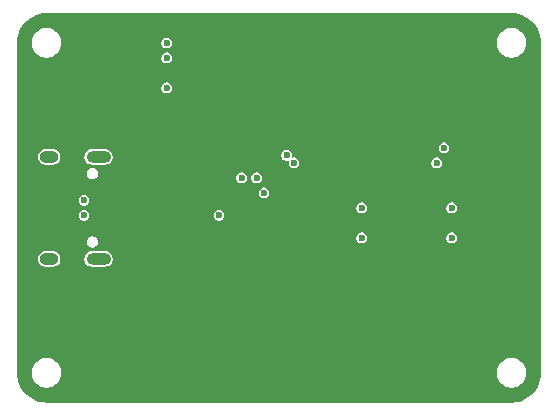
<source format=gbr>
G04 #@! TF.GenerationSoftware,KiCad,Pcbnew,9.0.2+dfsg-1*
G04 #@! TF.CreationDate,2025-08-10T10:43:45+08:00*
G04 #@! TF.ProjectId,stlink,73746c69-6e6b-42e6-9b69-6361645f7063,a*
G04 #@! TF.SameCoordinates,Original*
G04 #@! TF.FileFunction,Copper,L2,Inr*
G04 #@! TF.FilePolarity,Positive*
%FSLAX46Y46*%
G04 Gerber Fmt 4.6, Leading zero omitted, Abs format (unit mm)*
G04 Created by KiCad (PCBNEW 9.0.2+dfsg-1) date 2025-08-10 10:43:45*
%MOMM*%
%LPD*%
G01*
G04 APERTURE LIST*
G04 #@! TA.AperFunction,ComponentPad*
%ADD10O,2.100000X1.000000*%
G04 #@! TD*
G04 #@! TA.AperFunction,ComponentPad*
%ADD11O,1.600000X1.000000*%
G04 #@! TD*
G04 #@! TA.AperFunction,ViaPad*
%ADD12C,0.600000*%
G04 #@! TD*
G04 APERTURE END LIST*
D10*
G04 #@! TO.N,GND*
G04 #@! TO.C,J1*
X108540000Y-84580000D03*
D11*
X104360000Y-84580000D03*
D10*
X108540000Y-93220000D03*
D11*
X104360000Y-93220000D03*
G04 #@! TD*
D12*
G04 #@! TO.N,GND*
X114300000Y-76200000D03*
X107315000Y-89535000D03*
X114300000Y-78740000D03*
X107315000Y-88265000D03*
X114300000Y-74930000D03*
G04 #@! TO.N,+3V3*
X116840000Y-77470000D03*
X114300000Y-80010000D03*
X116205000Y-102235000D03*
X116840000Y-78740000D03*
X116840000Y-74930000D03*
X141605000Y-82550000D03*
X116840000Y-76200000D03*
X112395000Y-95250000D03*
X116840000Y-80010000D03*
G04 #@! TO.N,T_DIO*
X138430000Y-88900000D03*
X122555000Y-87630000D03*
G04 #@! TO.N,T_CLK*
X121920000Y-86360000D03*
X130810000Y-88900000D03*
G04 #@! TO.N,T_RX*
X137795000Y-83820000D03*
X124460000Y-84455000D03*
G04 #@! TO.N,T_TX*
X137160000Y-85090000D03*
X125095000Y-85090000D03*
G04 #@! TO.N,T_RST*
X138430000Y-91440000D03*
X120650000Y-86360000D03*
G04 #@! TO.N,T_SWO*
X118745000Y-89535000D03*
X130810000Y-91440000D03*
G04 #@! TD*
G04 #@! TA.AperFunction,Conductor*
G04 #@! TO.N,+3V3*
G36*
X143512264Y-72415637D02*
G01*
X143539262Y-72417270D01*
X143808559Y-72433559D01*
X143817558Y-72434653D01*
X144107294Y-72487748D01*
X144116089Y-72489916D01*
X144397309Y-72577548D01*
X144405800Y-72580768D01*
X144674399Y-72701654D01*
X144682437Y-72705873D01*
X144934510Y-72858256D01*
X144941983Y-72863415D01*
X145173843Y-73045066D01*
X145180640Y-73051088D01*
X145388911Y-73259359D01*
X145394933Y-73266156D01*
X145576584Y-73498016D01*
X145581743Y-73505489D01*
X145734126Y-73757562D01*
X145738346Y-73765603D01*
X145859231Y-74034199D01*
X145862451Y-74042690D01*
X145950080Y-74323899D01*
X145952253Y-74332716D01*
X146005345Y-74622433D01*
X146006440Y-74631447D01*
X146024363Y-74927735D01*
X146024500Y-74932276D01*
X146024500Y-102867723D01*
X146024363Y-102872264D01*
X146006440Y-103168552D01*
X146005345Y-103177566D01*
X145952253Y-103467283D01*
X145950080Y-103476100D01*
X145862451Y-103757309D01*
X145859231Y-103765800D01*
X145738346Y-104034396D01*
X145734126Y-104042437D01*
X145581743Y-104294510D01*
X145576584Y-104301983D01*
X145394933Y-104533843D01*
X145388911Y-104540640D01*
X145180640Y-104748911D01*
X145173843Y-104754933D01*
X144941983Y-104936584D01*
X144934510Y-104941743D01*
X144682437Y-105094126D01*
X144674396Y-105098346D01*
X144405800Y-105219231D01*
X144397309Y-105222451D01*
X144116100Y-105310080D01*
X144107283Y-105312253D01*
X143817566Y-105365345D01*
X143808552Y-105366440D01*
X143512265Y-105384363D01*
X143507724Y-105384500D01*
X104142276Y-105384500D01*
X104137735Y-105384363D01*
X103841447Y-105366440D01*
X103832433Y-105365345D01*
X103542716Y-105312253D01*
X103533899Y-105310080D01*
X103252690Y-105222451D01*
X103244199Y-105219231D01*
X102975603Y-105098346D01*
X102967562Y-105094126D01*
X102715489Y-104941743D01*
X102708016Y-104936584D01*
X102476156Y-104754933D01*
X102469359Y-104748911D01*
X102261088Y-104540640D01*
X102255066Y-104533843D01*
X102073415Y-104301983D01*
X102068256Y-104294510D01*
X101915871Y-104042434D01*
X101911653Y-104034396D01*
X101790768Y-103765800D01*
X101787548Y-103757309D01*
X101765395Y-103686218D01*
X101699916Y-103476089D01*
X101697748Y-103467294D01*
X101644653Y-103177558D01*
X101643559Y-103168559D01*
X101625637Y-102872263D01*
X101625500Y-102867723D01*
X101625500Y-102771392D01*
X102887100Y-102771392D01*
X102887100Y-102968607D01*
X102917950Y-103163385D01*
X102917953Y-103163400D01*
X102978891Y-103350946D01*
X103068424Y-103526664D01*
X103184343Y-103686210D01*
X103184350Y-103686218D01*
X103323781Y-103825649D01*
X103323789Y-103825656D01*
X103323791Y-103825658D01*
X103361866Y-103853321D01*
X103483335Y-103941575D01*
X103659053Y-104031108D01*
X103846599Y-104092046D01*
X103846608Y-104092047D01*
X103846612Y-104092049D01*
X104041395Y-104122900D01*
X104041399Y-104122900D01*
X104238601Y-104122900D01*
X104238605Y-104122900D01*
X104433388Y-104092049D01*
X104433392Y-104092047D01*
X104433400Y-104092046D01*
X104571157Y-104047285D01*
X104620947Y-104031108D01*
X104796663Y-103941576D01*
X104956209Y-103825658D01*
X105095658Y-103686209D01*
X105211576Y-103526663D01*
X105301108Y-103350947D01*
X105317527Y-103300414D01*
X105362046Y-103163400D01*
X105362047Y-103163392D01*
X105362049Y-103163388D01*
X105392900Y-102968605D01*
X105392900Y-102771395D01*
X105392900Y-102771392D01*
X142257100Y-102771392D01*
X142257100Y-102968607D01*
X142287950Y-103163385D01*
X142287953Y-103163400D01*
X142348891Y-103350946D01*
X142438424Y-103526664D01*
X142554343Y-103686210D01*
X142554350Y-103686218D01*
X142693781Y-103825649D01*
X142693789Y-103825656D01*
X142693791Y-103825658D01*
X142731866Y-103853321D01*
X142853335Y-103941575D01*
X143029053Y-104031108D01*
X143216599Y-104092046D01*
X143216608Y-104092047D01*
X143216612Y-104092049D01*
X143411395Y-104122900D01*
X143411399Y-104122900D01*
X143608601Y-104122900D01*
X143608605Y-104122900D01*
X143803388Y-104092049D01*
X143803392Y-104092047D01*
X143803400Y-104092046D01*
X143941157Y-104047285D01*
X143990947Y-104031108D01*
X144166663Y-103941576D01*
X144326209Y-103825658D01*
X144465658Y-103686209D01*
X144581576Y-103526663D01*
X144671108Y-103350947D01*
X144687527Y-103300414D01*
X144732046Y-103163400D01*
X144732047Y-103163392D01*
X144732049Y-103163388D01*
X144762900Y-102968605D01*
X144762900Y-102771395D01*
X144732049Y-102576612D01*
X144732047Y-102576608D01*
X144732046Y-102576599D01*
X144671108Y-102389053D01*
X144581575Y-102213335D01*
X144529052Y-102141045D01*
X144465658Y-102053791D01*
X144465656Y-102053789D01*
X144465649Y-102053781D01*
X144326218Y-101914350D01*
X144326210Y-101914343D01*
X144166664Y-101798424D01*
X143990946Y-101708891D01*
X143803400Y-101647953D01*
X143803385Y-101647950D01*
X143608607Y-101617100D01*
X143608605Y-101617100D01*
X143411395Y-101617100D01*
X143411392Y-101617100D01*
X143216614Y-101647950D01*
X143216599Y-101647953D01*
X143029053Y-101708891D01*
X142853335Y-101798424D01*
X142693789Y-101914343D01*
X142693781Y-101914350D01*
X142554350Y-102053781D01*
X142554343Y-102053789D01*
X142438424Y-102213335D01*
X142348891Y-102389053D01*
X142287953Y-102576599D01*
X142287950Y-102576614D01*
X142257100Y-102771392D01*
X105392900Y-102771392D01*
X105362049Y-102576612D01*
X105362047Y-102576608D01*
X105362046Y-102576599D01*
X105301108Y-102389053D01*
X105211575Y-102213335D01*
X105159052Y-102141045D01*
X105095658Y-102053791D01*
X105095656Y-102053789D01*
X105095649Y-102053781D01*
X104956218Y-101914350D01*
X104956210Y-101914343D01*
X104796664Y-101798424D01*
X104620946Y-101708891D01*
X104433400Y-101647953D01*
X104433385Y-101647950D01*
X104238607Y-101617100D01*
X104238605Y-101617100D01*
X104041395Y-101617100D01*
X104041392Y-101617100D01*
X103846614Y-101647950D01*
X103846599Y-101647953D01*
X103659053Y-101708891D01*
X103483335Y-101798424D01*
X103323789Y-101914343D01*
X103323781Y-101914350D01*
X103184350Y-102053781D01*
X103184343Y-102053789D01*
X103068424Y-102213335D01*
X102978891Y-102389053D01*
X102917953Y-102576599D01*
X102917950Y-102576614D01*
X102887100Y-102771392D01*
X101625500Y-102771392D01*
X101625500Y-93155695D01*
X103407100Y-93155695D01*
X103407100Y-93284305D01*
X103432191Y-93410444D01*
X103481408Y-93529264D01*
X103552860Y-93636199D01*
X103552862Y-93636201D01*
X103552864Y-93636204D01*
X103643795Y-93727135D01*
X103643798Y-93727137D01*
X103643801Y-93727140D01*
X103750736Y-93798592D01*
X103869556Y-93847809D01*
X103945239Y-93862863D01*
X103995693Y-93872900D01*
X103995695Y-93872900D01*
X104724307Y-93872900D01*
X104766351Y-93864536D01*
X104850444Y-93847809D01*
X104969264Y-93798592D01*
X105076199Y-93727140D01*
X105167140Y-93636199D01*
X105238592Y-93529264D01*
X105287809Y-93410444D01*
X105312900Y-93284305D01*
X105312900Y-93155695D01*
X107337100Y-93155695D01*
X107337100Y-93284305D01*
X107362191Y-93410444D01*
X107411408Y-93529264D01*
X107482860Y-93636199D01*
X107482862Y-93636201D01*
X107482864Y-93636204D01*
X107573795Y-93727135D01*
X107573798Y-93727137D01*
X107573801Y-93727140D01*
X107680736Y-93798592D01*
X107799556Y-93847809D01*
X107875239Y-93862863D01*
X107925693Y-93872900D01*
X107925695Y-93872900D01*
X109154307Y-93872900D01*
X109196351Y-93864536D01*
X109280444Y-93847809D01*
X109399264Y-93798592D01*
X109506199Y-93727140D01*
X109597140Y-93636199D01*
X109668592Y-93529264D01*
X109717809Y-93410444D01*
X109742900Y-93284305D01*
X109742900Y-93155695D01*
X109717809Y-93029556D01*
X109668592Y-92910736D01*
X109597140Y-92803801D01*
X109597137Y-92803798D01*
X109597135Y-92803795D01*
X109506204Y-92712864D01*
X109506201Y-92712862D01*
X109506199Y-92712860D01*
X109399264Y-92641408D01*
X109280444Y-92592191D01*
X109280441Y-92592190D01*
X109280440Y-92592190D01*
X109154307Y-92567100D01*
X109154305Y-92567100D01*
X107925695Y-92567100D01*
X107925693Y-92567100D01*
X107799559Y-92592190D01*
X107799556Y-92592191D01*
X107680737Y-92641407D01*
X107573798Y-92712862D01*
X107573795Y-92712864D01*
X107482864Y-92803795D01*
X107482862Y-92803798D01*
X107411407Y-92910737D01*
X107362191Y-93029556D01*
X107337100Y-93155695D01*
X105312900Y-93155695D01*
X105287809Y-93029556D01*
X105238592Y-92910736D01*
X105167140Y-92803801D01*
X105167137Y-92803798D01*
X105167135Y-92803795D01*
X105076204Y-92712864D01*
X105076201Y-92712862D01*
X105076199Y-92712860D01*
X104969264Y-92641408D01*
X104850444Y-92592191D01*
X104850441Y-92592190D01*
X104850440Y-92592190D01*
X104724307Y-92567100D01*
X104724305Y-92567100D01*
X103995695Y-92567100D01*
X103995693Y-92567100D01*
X103869559Y-92592190D01*
X103869556Y-92592191D01*
X103750737Y-92641407D01*
X103643798Y-92712862D01*
X103643795Y-92712864D01*
X103552864Y-92803795D01*
X103552862Y-92803798D01*
X103481407Y-92910737D01*
X103432191Y-93029556D01*
X103407100Y-93155695D01*
X101625500Y-93155695D01*
X101625500Y-91727083D01*
X107532100Y-91727083D01*
X107532100Y-91852917D01*
X107564668Y-91974462D01*
X107564671Y-91974470D01*
X107627584Y-92083438D01*
X107716561Y-92172415D01*
X107825529Y-92235328D01*
X107825532Y-92235329D01*
X107825537Y-92235332D01*
X107947083Y-92267900D01*
X107947086Y-92267900D01*
X108072914Y-92267900D01*
X108072917Y-92267900D01*
X108194463Y-92235332D01*
X108303438Y-92172415D01*
X108392415Y-92083438D01*
X108455332Y-91974463D01*
X108487900Y-91852917D01*
X108487900Y-91727083D01*
X108455332Y-91605537D01*
X108455329Y-91605532D01*
X108455328Y-91605529D01*
X108392415Y-91496561D01*
X108303438Y-91407584D01*
X108256311Y-91380375D01*
X130357100Y-91380375D01*
X130357100Y-91499625D01*
X130385476Y-91605529D01*
X130387964Y-91614813D01*
X130387964Y-91614814D01*
X130447589Y-91718087D01*
X130531912Y-91802410D01*
X130591538Y-91836834D01*
X130635187Y-91862036D01*
X130750375Y-91892900D01*
X130750378Y-91892900D01*
X130869622Y-91892900D01*
X130869625Y-91892900D01*
X130984813Y-91862036D01*
X131088087Y-91802410D01*
X131172410Y-91718087D01*
X131232036Y-91614813D01*
X131262900Y-91499625D01*
X131262900Y-91380375D01*
X137977100Y-91380375D01*
X137977100Y-91499625D01*
X138005476Y-91605529D01*
X138007964Y-91614813D01*
X138007964Y-91614814D01*
X138067589Y-91718087D01*
X138151912Y-91802410D01*
X138211538Y-91836834D01*
X138255187Y-91862036D01*
X138370375Y-91892900D01*
X138370378Y-91892900D01*
X138489622Y-91892900D01*
X138489625Y-91892900D01*
X138604813Y-91862036D01*
X138708087Y-91802410D01*
X138792410Y-91718087D01*
X138852036Y-91614813D01*
X138882900Y-91499625D01*
X138882900Y-91380375D01*
X138852036Y-91265187D01*
X138852035Y-91265185D01*
X138792410Y-91161912D01*
X138708087Y-91077589D01*
X138604813Y-91017964D01*
X138489625Y-90987100D01*
X138370375Y-90987100D01*
X138283984Y-91010248D01*
X138255186Y-91017964D01*
X138255185Y-91017964D01*
X138151912Y-91077589D01*
X138067589Y-91161912D01*
X138007964Y-91265185D01*
X138007964Y-91265186D01*
X138007964Y-91265187D01*
X137977100Y-91380375D01*
X131262900Y-91380375D01*
X131232036Y-91265187D01*
X131232035Y-91265185D01*
X131172410Y-91161912D01*
X131088087Y-91077589D01*
X130984813Y-91017964D01*
X130869625Y-90987100D01*
X130750375Y-90987100D01*
X130663984Y-91010248D01*
X130635186Y-91017964D01*
X130635185Y-91017964D01*
X130531912Y-91077589D01*
X130447589Y-91161912D01*
X130387964Y-91265185D01*
X130387964Y-91265186D01*
X130387964Y-91265187D01*
X130357100Y-91380375D01*
X108256311Y-91380375D01*
X108194470Y-91344671D01*
X108194464Y-91344669D01*
X108194463Y-91344668D01*
X108072917Y-91312100D01*
X107947083Y-91312100D01*
X107825537Y-91344668D01*
X107825529Y-91344671D01*
X107716561Y-91407584D01*
X107627584Y-91496561D01*
X107564671Y-91605529D01*
X107564668Y-91605537D01*
X107532100Y-91727083D01*
X101625500Y-91727083D01*
X101625500Y-89475375D01*
X106862100Y-89475375D01*
X106862100Y-89594625D01*
X106892964Y-89709813D01*
X106892964Y-89709814D01*
X106952589Y-89813087D01*
X107036912Y-89897410D01*
X107096538Y-89931834D01*
X107140187Y-89957036D01*
X107255375Y-89987900D01*
X107255378Y-89987900D01*
X107374622Y-89987900D01*
X107374625Y-89987900D01*
X107489813Y-89957036D01*
X107593087Y-89897410D01*
X107677410Y-89813087D01*
X107737036Y-89709813D01*
X107767900Y-89594625D01*
X107767900Y-89475375D01*
X118292100Y-89475375D01*
X118292100Y-89594625D01*
X118322964Y-89709813D01*
X118322964Y-89709814D01*
X118382589Y-89813087D01*
X118466912Y-89897410D01*
X118526538Y-89931834D01*
X118570187Y-89957036D01*
X118685375Y-89987900D01*
X118685378Y-89987900D01*
X118804622Y-89987900D01*
X118804625Y-89987900D01*
X118919813Y-89957036D01*
X119023087Y-89897410D01*
X119107410Y-89813087D01*
X119167036Y-89709813D01*
X119197900Y-89594625D01*
X119197900Y-89475375D01*
X119167036Y-89360187D01*
X119162829Y-89352900D01*
X119107410Y-89256912D01*
X119023087Y-89172589D01*
X118919813Y-89112964D01*
X118804625Y-89082100D01*
X118685375Y-89082100D01*
X118598984Y-89105248D01*
X118570186Y-89112964D01*
X118570185Y-89112964D01*
X118466912Y-89172589D01*
X118382589Y-89256912D01*
X118322964Y-89360185D01*
X118322964Y-89360186D01*
X118322964Y-89360187D01*
X118292100Y-89475375D01*
X107767900Y-89475375D01*
X107737036Y-89360187D01*
X107732829Y-89352900D01*
X107677410Y-89256912D01*
X107593087Y-89172589D01*
X107489813Y-89112964D01*
X107374625Y-89082100D01*
X107255375Y-89082100D01*
X107168984Y-89105248D01*
X107140186Y-89112964D01*
X107140185Y-89112964D01*
X107036912Y-89172589D01*
X106952589Y-89256912D01*
X106892964Y-89360185D01*
X106892964Y-89360186D01*
X106892964Y-89360187D01*
X106862100Y-89475375D01*
X101625500Y-89475375D01*
X101625500Y-88840375D01*
X130357100Y-88840375D01*
X130357100Y-88959625D01*
X130387964Y-89074813D01*
X130387964Y-89074814D01*
X130447589Y-89178087D01*
X130531912Y-89262410D01*
X130591538Y-89296834D01*
X130635187Y-89322036D01*
X130750375Y-89352900D01*
X130750378Y-89352900D01*
X130869622Y-89352900D01*
X130869625Y-89352900D01*
X130984813Y-89322036D01*
X131088087Y-89262410D01*
X131172410Y-89178087D01*
X131232036Y-89074813D01*
X131262900Y-88959625D01*
X131262900Y-88840375D01*
X137977100Y-88840375D01*
X137977100Y-88959625D01*
X138007964Y-89074813D01*
X138007964Y-89074814D01*
X138067589Y-89178087D01*
X138151912Y-89262410D01*
X138211538Y-89296834D01*
X138255187Y-89322036D01*
X138370375Y-89352900D01*
X138370378Y-89352900D01*
X138489622Y-89352900D01*
X138489625Y-89352900D01*
X138604813Y-89322036D01*
X138708087Y-89262410D01*
X138792410Y-89178087D01*
X138852036Y-89074813D01*
X138882900Y-88959625D01*
X138882900Y-88840375D01*
X138852036Y-88725187D01*
X138847829Y-88717900D01*
X138792410Y-88621912D01*
X138708087Y-88537589D01*
X138604813Y-88477964D01*
X138489625Y-88447100D01*
X138370375Y-88447100D01*
X138283984Y-88470248D01*
X138255186Y-88477964D01*
X138255185Y-88477964D01*
X138151912Y-88537589D01*
X138067589Y-88621912D01*
X138007964Y-88725185D01*
X138007964Y-88725186D01*
X138007964Y-88725187D01*
X137977100Y-88840375D01*
X131262900Y-88840375D01*
X131232036Y-88725187D01*
X131227829Y-88717900D01*
X131172410Y-88621912D01*
X131088087Y-88537589D01*
X130984813Y-88477964D01*
X130869625Y-88447100D01*
X130750375Y-88447100D01*
X130663984Y-88470248D01*
X130635186Y-88477964D01*
X130635185Y-88477964D01*
X130531912Y-88537589D01*
X130447589Y-88621912D01*
X130387964Y-88725185D01*
X130387964Y-88725186D01*
X130387964Y-88725187D01*
X130357100Y-88840375D01*
X101625500Y-88840375D01*
X101625500Y-88205375D01*
X106862100Y-88205375D01*
X106862100Y-88324625D01*
X106892964Y-88439813D01*
X106892964Y-88439814D01*
X106952589Y-88543087D01*
X107036912Y-88627410D01*
X107096538Y-88661834D01*
X107140187Y-88687036D01*
X107255375Y-88717900D01*
X107255378Y-88717900D01*
X107374622Y-88717900D01*
X107374625Y-88717900D01*
X107489813Y-88687036D01*
X107593087Y-88627410D01*
X107677410Y-88543087D01*
X107737036Y-88439813D01*
X107767900Y-88324625D01*
X107767900Y-88205375D01*
X107737036Y-88090187D01*
X107732829Y-88082900D01*
X107677410Y-87986912D01*
X107593087Y-87902589D01*
X107489813Y-87842964D01*
X107374625Y-87812100D01*
X107255375Y-87812100D01*
X107168984Y-87835248D01*
X107140186Y-87842964D01*
X107140185Y-87842964D01*
X107036912Y-87902589D01*
X106952589Y-87986912D01*
X106892964Y-88090185D01*
X106892964Y-88090186D01*
X106892964Y-88090187D01*
X106862100Y-88205375D01*
X101625500Y-88205375D01*
X101625500Y-87570375D01*
X122102100Y-87570375D01*
X122102100Y-87689625D01*
X122132964Y-87804813D01*
X122132964Y-87804814D01*
X122192589Y-87908087D01*
X122276912Y-87992410D01*
X122336538Y-88026834D01*
X122380187Y-88052036D01*
X122495375Y-88082900D01*
X122495378Y-88082900D01*
X122614622Y-88082900D01*
X122614625Y-88082900D01*
X122729813Y-88052036D01*
X122833087Y-87992410D01*
X122917410Y-87908087D01*
X122977036Y-87804813D01*
X123007900Y-87689625D01*
X123007900Y-87570375D01*
X122977036Y-87455187D01*
X122977035Y-87455185D01*
X122917410Y-87351912D01*
X122833087Y-87267589D01*
X122729813Y-87207964D01*
X122614625Y-87177100D01*
X122495375Y-87177100D01*
X122408984Y-87200248D01*
X122380186Y-87207964D01*
X122380185Y-87207964D01*
X122276912Y-87267589D01*
X122192589Y-87351912D01*
X122132964Y-87455185D01*
X122132964Y-87455186D01*
X122132964Y-87455187D01*
X122102100Y-87570375D01*
X101625500Y-87570375D01*
X101625500Y-85947083D01*
X107532100Y-85947083D01*
X107532100Y-86072917D01*
X107562183Y-86185187D01*
X107564668Y-86194462D01*
X107564671Y-86194470D01*
X107627584Y-86303438D01*
X107716561Y-86392415D01*
X107825529Y-86455328D01*
X107825532Y-86455329D01*
X107825537Y-86455332D01*
X107947083Y-86487900D01*
X107947086Y-86487900D01*
X108072914Y-86487900D01*
X108072917Y-86487900D01*
X108194463Y-86455332D01*
X108303438Y-86392415D01*
X108392415Y-86303438D01*
X108394183Y-86300375D01*
X120197100Y-86300375D01*
X120197100Y-86419625D01*
X120215394Y-86487900D01*
X120227964Y-86534813D01*
X120227964Y-86534814D01*
X120287589Y-86638087D01*
X120371912Y-86722410D01*
X120431538Y-86756834D01*
X120475187Y-86782036D01*
X120590375Y-86812900D01*
X120590378Y-86812900D01*
X120709622Y-86812900D01*
X120709625Y-86812900D01*
X120824813Y-86782036D01*
X120928087Y-86722410D01*
X121012410Y-86638087D01*
X121072036Y-86534813D01*
X121102900Y-86419625D01*
X121102900Y-86300375D01*
X121467100Y-86300375D01*
X121467100Y-86419625D01*
X121485394Y-86487900D01*
X121497964Y-86534813D01*
X121497964Y-86534814D01*
X121557589Y-86638087D01*
X121641912Y-86722410D01*
X121701538Y-86756834D01*
X121745187Y-86782036D01*
X121860375Y-86812900D01*
X121860378Y-86812900D01*
X121979622Y-86812900D01*
X121979625Y-86812900D01*
X122094813Y-86782036D01*
X122198087Y-86722410D01*
X122282410Y-86638087D01*
X122342036Y-86534813D01*
X122372900Y-86419625D01*
X122372900Y-86300375D01*
X122342036Y-86185187D01*
X122342035Y-86185185D01*
X122282410Y-86081912D01*
X122198087Y-85997589D01*
X122094813Y-85937964D01*
X121979625Y-85907100D01*
X121860375Y-85907100D01*
X121773984Y-85930248D01*
X121745186Y-85937964D01*
X121745185Y-85937964D01*
X121641912Y-85997589D01*
X121557589Y-86081912D01*
X121497964Y-86185185D01*
X121497964Y-86185186D01*
X121487676Y-86223583D01*
X121467100Y-86300375D01*
X121102900Y-86300375D01*
X121072036Y-86185187D01*
X121072035Y-86185185D01*
X121012410Y-86081912D01*
X120928087Y-85997589D01*
X120824813Y-85937964D01*
X120709625Y-85907100D01*
X120590375Y-85907100D01*
X120503984Y-85930248D01*
X120475186Y-85937964D01*
X120475185Y-85937964D01*
X120371912Y-85997589D01*
X120287589Y-86081912D01*
X120227964Y-86185185D01*
X120227964Y-86185186D01*
X120217676Y-86223583D01*
X120197100Y-86300375D01*
X108394183Y-86300375D01*
X108455332Y-86194463D01*
X108487900Y-86072917D01*
X108487900Y-85947083D01*
X108455332Y-85825537D01*
X108455329Y-85825532D01*
X108455328Y-85825529D01*
X108392415Y-85716561D01*
X108303438Y-85627584D01*
X108194470Y-85564671D01*
X108194464Y-85564669D01*
X108194463Y-85564668D01*
X108072917Y-85532100D01*
X107947083Y-85532100D01*
X107825537Y-85564668D01*
X107825529Y-85564671D01*
X107716561Y-85627584D01*
X107627584Y-85716561D01*
X107564671Y-85825529D01*
X107564668Y-85825537D01*
X107532100Y-85947083D01*
X101625500Y-85947083D01*
X101625500Y-84515693D01*
X103407100Y-84515693D01*
X103407100Y-84644306D01*
X103432190Y-84770440D01*
X103432191Y-84770443D01*
X103476342Y-84877035D01*
X103481408Y-84889264D01*
X103552860Y-84996199D01*
X103552862Y-84996201D01*
X103552864Y-84996204D01*
X103643795Y-85087135D01*
X103643798Y-85087137D01*
X103643801Y-85087140D01*
X103750736Y-85158592D01*
X103869556Y-85207809D01*
X103945239Y-85222863D01*
X103995693Y-85232900D01*
X103995695Y-85232900D01*
X104724307Y-85232900D01*
X104766351Y-85224536D01*
X104850444Y-85207809D01*
X104969264Y-85158592D01*
X105076199Y-85087140D01*
X105167140Y-84996199D01*
X105238592Y-84889264D01*
X105287809Y-84770444D01*
X105312900Y-84644305D01*
X105312900Y-84515695D01*
X105312900Y-84515693D01*
X107337100Y-84515693D01*
X107337100Y-84644306D01*
X107362190Y-84770440D01*
X107362191Y-84770443D01*
X107406342Y-84877035D01*
X107411408Y-84889264D01*
X107482860Y-84996199D01*
X107482862Y-84996201D01*
X107482864Y-84996204D01*
X107573795Y-85087135D01*
X107573798Y-85087137D01*
X107573801Y-85087140D01*
X107680736Y-85158592D01*
X107799556Y-85207809D01*
X107875239Y-85222863D01*
X107925693Y-85232900D01*
X107925695Y-85232900D01*
X109154307Y-85232900D01*
X109196351Y-85224536D01*
X109280444Y-85207809D01*
X109399264Y-85158592D01*
X109506199Y-85087140D01*
X109597140Y-84996199D01*
X109668592Y-84889264D01*
X109717809Y-84770444D01*
X109742900Y-84644305D01*
X109742900Y-84515695D01*
X109742687Y-84514625D01*
X109720904Y-84405117D01*
X109718966Y-84395375D01*
X124007100Y-84395375D01*
X124007100Y-84514625D01*
X124031948Y-84607360D01*
X124037964Y-84629813D01*
X124037964Y-84629814D01*
X124097589Y-84733087D01*
X124181912Y-84817410D01*
X124241538Y-84851834D01*
X124285187Y-84877036D01*
X124400375Y-84907900D01*
X124400378Y-84907900D01*
X124519625Y-84907900D01*
X124561118Y-84896782D01*
X124612360Y-84901264D01*
X124648734Y-84937637D01*
X124653218Y-84988881D01*
X124642100Y-85030375D01*
X124642100Y-85149625D01*
X124644503Y-85158592D01*
X124672964Y-85264813D01*
X124672964Y-85264814D01*
X124732589Y-85368087D01*
X124816912Y-85452410D01*
X124876538Y-85486834D01*
X124920187Y-85512036D01*
X125035375Y-85542900D01*
X125035378Y-85542900D01*
X125154622Y-85542900D01*
X125154625Y-85542900D01*
X125269813Y-85512036D01*
X125373087Y-85452410D01*
X125457410Y-85368087D01*
X125517036Y-85264813D01*
X125547900Y-85149625D01*
X125547900Y-85030375D01*
X136707100Y-85030375D01*
X136707100Y-85149625D01*
X136709503Y-85158592D01*
X136737964Y-85264813D01*
X136737964Y-85264814D01*
X136797589Y-85368087D01*
X136881912Y-85452410D01*
X136941538Y-85486834D01*
X136985187Y-85512036D01*
X137100375Y-85542900D01*
X137100378Y-85542900D01*
X137219622Y-85542900D01*
X137219625Y-85542900D01*
X137334813Y-85512036D01*
X137438087Y-85452410D01*
X137522410Y-85368087D01*
X137582036Y-85264813D01*
X137612900Y-85149625D01*
X137612900Y-85030375D01*
X137582036Y-84915187D01*
X137577829Y-84907900D01*
X137522410Y-84811912D01*
X137438087Y-84727589D01*
X137334813Y-84667964D01*
X137219625Y-84637100D01*
X137100375Y-84637100D01*
X137013984Y-84660248D01*
X136985186Y-84667964D01*
X136985185Y-84667964D01*
X136881912Y-84727589D01*
X136797589Y-84811912D01*
X136737964Y-84915185D01*
X136737964Y-84915186D01*
X136737964Y-84915187D01*
X136707100Y-85030375D01*
X125547900Y-85030375D01*
X125517036Y-84915187D01*
X125512829Y-84907900D01*
X125457410Y-84811912D01*
X125373087Y-84727589D01*
X125269813Y-84667964D01*
X125154625Y-84637100D01*
X125035375Y-84637100D01*
X124993881Y-84648218D01*
X124942637Y-84643734D01*
X124906264Y-84607360D01*
X124901782Y-84556118D01*
X124912900Y-84514625D01*
X124912900Y-84395375D01*
X124882036Y-84280187D01*
X124876580Y-84270737D01*
X124822410Y-84176912D01*
X124738087Y-84092589D01*
X124634813Y-84032964D01*
X124519625Y-84002100D01*
X124400375Y-84002100D01*
X124313984Y-84025248D01*
X124285186Y-84032964D01*
X124285185Y-84032964D01*
X124181912Y-84092589D01*
X124097589Y-84176912D01*
X124037964Y-84280185D01*
X124037964Y-84280186D01*
X124037964Y-84280187D01*
X124007100Y-84395375D01*
X109718966Y-84395375D01*
X109717809Y-84389556D01*
X109668592Y-84270736D01*
X109597140Y-84163801D01*
X109597137Y-84163798D01*
X109597135Y-84163795D01*
X109506204Y-84072864D01*
X109506201Y-84072862D01*
X109506199Y-84072860D01*
X109399264Y-84001408D01*
X109383342Y-83994813D01*
X109364461Y-83986992D01*
X109280444Y-83952191D01*
X109280441Y-83952190D01*
X109280440Y-83952190D01*
X109154307Y-83927100D01*
X109154305Y-83927100D01*
X107925695Y-83927100D01*
X107925693Y-83927100D01*
X107799559Y-83952190D01*
X107799556Y-83952191D01*
X107680737Y-84001407D01*
X107573798Y-84072862D01*
X107573795Y-84072864D01*
X107482864Y-84163795D01*
X107482862Y-84163798D01*
X107411407Y-84270737D01*
X107362191Y-84389556D01*
X107362190Y-84389559D01*
X107337100Y-84515693D01*
X105312900Y-84515693D01*
X105312687Y-84514625D01*
X105290904Y-84405117D01*
X105287809Y-84389556D01*
X105238592Y-84270736D01*
X105167140Y-84163801D01*
X105167137Y-84163798D01*
X105167135Y-84163795D01*
X105076204Y-84072864D01*
X105076201Y-84072862D01*
X105076199Y-84072860D01*
X104969264Y-84001408D01*
X104953342Y-83994813D01*
X104934461Y-83986992D01*
X104850444Y-83952191D01*
X104850441Y-83952190D01*
X104850440Y-83952190D01*
X104724307Y-83927100D01*
X104724305Y-83927100D01*
X103995695Y-83927100D01*
X103995693Y-83927100D01*
X103869559Y-83952190D01*
X103869556Y-83952191D01*
X103750737Y-84001407D01*
X103643798Y-84072862D01*
X103643795Y-84072864D01*
X103552864Y-84163795D01*
X103552862Y-84163798D01*
X103481407Y-84270737D01*
X103432191Y-84389556D01*
X103432190Y-84389559D01*
X103407100Y-84515693D01*
X101625500Y-84515693D01*
X101625500Y-83760375D01*
X137342100Y-83760375D01*
X137342100Y-83879625D01*
X137361544Y-83952191D01*
X137372964Y-83994813D01*
X137372964Y-83994814D01*
X137432589Y-84098087D01*
X137516912Y-84182410D01*
X137576538Y-84216834D01*
X137620187Y-84242036D01*
X137735375Y-84272900D01*
X137735378Y-84272900D01*
X137854622Y-84272900D01*
X137854625Y-84272900D01*
X137969813Y-84242036D01*
X138073087Y-84182410D01*
X138157410Y-84098087D01*
X138217036Y-83994813D01*
X138247900Y-83879625D01*
X138247900Y-83760375D01*
X138217036Y-83645187D01*
X138217035Y-83645185D01*
X138157410Y-83541912D01*
X138073087Y-83457589D01*
X137969813Y-83397964D01*
X137854625Y-83367100D01*
X137735375Y-83367100D01*
X137648984Y-83390248D01*
X137620186Y-83397964D01*
X137620185Y-83397964D01*
X137516912Y-83457589D01*
X137432589Y-83541912D01*
X137372964Y-83645185D01*
X137372964Y-83645186D01*
X137372964Y-83645187D01*
X137342100Y-83760375D01*
X101625500Y-83760375D01*
X101625500Y-78680375D01*
X113847100Y-78680375D01*
X113847100Y-78799625D01*
X113877964Y-78914813D01*
X113877964Y-78914814D01*
X113937589Y-79018087D01*
X114021912Y-79102410D01*
X114081538Y-79136834D01*
X114125187Y-79162036D01*
X114240375Y-79192900D01*
X114240378Y-79192900D01*
X114359622Y-79192900D01*
X114359625Y-79192900D01*
X114474813Y-79162036D01*
X114578087Y-79102410D01*
X114662410Y-79018087D01*
X114722036Y-78914813D01*
X114752900Y-78799625D01*
X114752900Y-78680375D01*
X114722036Y-78565187D01*
X114722035Y-78565185D01*
X114662410Y-78461912D01*
X114578087Y-78377589D01*
X114474813Y-78317964D01*
X114359625Y-78287100D01*
X114240375Y-78287100D01*
X114153984Y-78310248D01*
X114125186Y-78317964D01*
X114125185Y-78317964D01*
X114021912Y-78377589D01*
X113937589Y-78461912D01*
X113877964Y-78565185D01*
X113877964Y-78565186D01*
X113877964Y-78565187D01*
X113847100Y-78680375D01*
X101625500Y-78680375D01*
X101625500Y-74932276D01*
X101625637Y-74927735D01*
X101631465Y-74831392D01*
X102887100Y-74831392D01*
X102887100Y-75028607D01*
X102917950Y-75223385D01*
X102917953Y-75223400D01*
X102978891Y-75410946D01*
X103068424Y-75586664D01*
X103184343Y-75746210D01*
X103184350Y-75746218D01*
X103323781Y-75885649D01*
X103323789Y-75885656D01*
X103323791Y-75885658D01*
X103411045Y-75949052D01*
X103483335Y-76001575D01*
X103659053Y-76091108D01*
X103846599Y-76152046D01*
X103846608Y-76152047D01*
X103846612Y-76152049D01*
X104041395Y-76182900D01*
X104041399Y-76182900D01*
X104238601Y-76182900D01*
X104238605Y-76182900D01*
X104433388Y-76152049D01*
X104433392Y-76152047D01*
X104433400Y-76152046D01*
X104469319Y-76140375D01*
X113847100Y-76140375D01*
X113847100Y-76259625D01*
X113877964Y-76374813D01*
X113877964Y-76374814D01*
X113937589Y-76478087D01*
X114021912Y-76562410D01*
X114081538Y-76596834D01*
X114125187Y-76622036D01*
X114240375Y-76652900D01*
X114240378Y-76652900D01*
X114359622Y-76652900D01*
X114359625Y-76652900D01*
X114474813Y-76622036D01*
X114578087Y-76562410D01*
X114662410Y-76478087D01*
X114722036Y-76374813D01*
X114752900Y-76259625D01*
X114752900Y-76140375D01*
X114722036Y-76025187D01*
X114708404Y-76001576D01*
X114662410Y-75921912D01*
X114578087Y-75837589D01*
X114474813Y-75777964D01*
X114359625Y-75747100D01*
X114240375Y-75747100D01*
X114153984Y-75770248D01*
X114125186Y-75777964D01*
X114125185Y-75777964D01*
X114021912Y-75837589D01*
X113937589Y-75921912D01*
X113877964Y-76025185D01*
X113877964Y-76025186D01*
X113877964Y-76025187D01*
X113847100Y-76140375D01*
X104469319Y-76140375D01*
X104571157Y-76107285D01*
X104620947Y-76091108D01*
X104796663Y-76001576D01*
X104956209Y-75885658D01*
X105095658Y-75746209D01*
X105211576Y-75586663D01*
X105301108Y-75410947D01*
X105320249Y-75352036D01*
X105362046Y-75223400D01*
X105362047Y-75223392D01*
X105362049Y-75223388D01*
X105392900Y-75028605D01*
X105392900Y-74870375D01*
X113847100Y-74870375D01*
X113847100Y-74989625D01*
X113877964Y-75104813D01*
X113877964Y-75104814D01*
X113937589Y-75208087D01*
X114021912Y-75292410D01*
X114081538Y-75326834D01*
X114125187Y-75352036D01*
X114240375Y-75382900D01*
X114240378Y-75382900D01*
X114359622Y-75382900D01*
X114359625Y-75382900D01*
X114474813Y-75352036D01*
X114578087Y-75292410D01*
X114662410Y-75208087D01*
X114722036Y-75104813D01*
X114752900Y-74989625D01*
X114752900Y-74870375D01*
X114742455Y-74831392D01*
X142257100Y-74831392D01*
X142257100Y-75028607D01*
X142287950Y-75223385D01*
X142287953Y-75223400D01*
X142348891Y-75410946D01*
X142438424Y-75586664D01*
X142554343Y-75746210D01*
X142554350Y-75746218D01*
X142693781Y-75885649D01*
X142693789Y-75885656D01*
X142693791Y-75885658D01*
X142781045Y-75949052D01*
X142853335Y-76001575D01*
X143029053Y-76091108D01*
X143216599Y-76152046D01*
X143216608Y-76152047D01*
X143216612Y-76152049D01*
X143411395Y-76182900D01*
X143411399Y-76182900D01*
X143608601Y-76182900D01*
X143608605Y-76182900D01*
X143803388Y-76152049D01*
X143803392Y-76152047D01*
X143803400Y-76152046D01*
X143941157Y-76107285D01*
X143990947Y-76091108D01*
X144166663Y-76001576D01*
X144326209Y-75885658D01*
X144465658Y-75746209D01*
X144581576Y-75586663D01*
X144671108Y-75410947D01*
X144690249Y-75352036D01*
X144732046Y-75223400D01*
X144732047Y-75223392D01*
X144732049Y-75223388D01*
X144762900Y-75028605D01*
X144762900Y-74831395D01*
X144732049Y-74636612D01*
X144732047Y-74636608D01*
X144732046Y-74636599D01*
X144671108Y-74449053D01*
X144581575Y-74273335D01*
X144529052Y-74201045D01*
X144465658Y-74113791D01*
X144465656Y-74113789D01*
X144465649Y-74113781D01*
X144326218Y-73974350D01*
X144326210Y-73974343D01*
X144166664Y-73858424D01*
X143990946Y-73768891D01*
X143803400Y-73707953D01*
X143803385Y-73707950D01*
X143608607Y-73677100D01*
X143608605Y-73677100D01*
X143411395Y-73677100D01*
X143411392Y-73677100D01*
X143216614Y-73707950D01*
X143216599Y-73707953D01*
X143029053Y-73768891D01*
X142853335Y-73858424D01*
X142693789Y-73974343D01*
X142693781Y-73974350D01*
X142554350Y-74113781D01*
X142554343Y-74113789D01*
X142438424Y-74273335D01*
X142348891Y-74449053D01*
X142287953Y-74636599D01*
X142287950Y-74636614D01*
X142257100Y-74831392D01*
X114742455Y-74831392D01*
X114722036Y-74755187D01*
X114722035Y-74755185D01*
X114662410Y-74651912D01*
X114578087Y-74567589D01*
X114474813Y-74507964D01*
X114443545Y-74499586D01*
X114359625Y-74477100D01*
X114240375Y-74477100D01*
X114156455Y-74499586D01*
X114125186Y-74507964D01*
X114125185Y-74507964D01*
X114021912Y-74567589D01*
X113937589Y-74651912D01*
X113877964Y-74755185D01*
X113877964Y-74755186D01*
X113877964Y-74755187D01*
X113847100Y-74870375D01*
X105392900Y-74870375D01*
X105392900Y-74831395D01*
X105362049Y-74636612D01*
X105362047Y-74636608D01*
X105362046Y-74636599D01*
X105301108Y-74449053D01*
X105211575Y-74273335D01*
X105159052Y-74201045D01*
X105095658Y-74113791D01*
X105095656Y-74113789D01*
X105095649Y-74113781D01*
X104956218Y-73974350D01*
X104956210Y-73974343D01*
X104796664Y-73858424D01*
X104620946Y-73768891D01*
X104433400Y-73707953D01*
X104433385Y-73707950D01*
X104238607Y-73677100D01*
X104238605Y-73677100D01*
X104041395Y-73677100D01*
X104041392Y-73677100D01*
X103846614Y-73707950D01*
X103846599Y-73707953D01*
X103659053Y-73768891D01*
X103483335Y-73858424D01*
X103323789Y-73974343D01*
X103323781Y-73974350D01*
X103184350Y-74113781D01*
X103184343Y-74113789D01*
X103068424Y-74273335D01*
X102978891Y-74449053D01*
X102917953Y-74636599D01*
X102917950Y-74636614D01*
X102887100Y-74831392D01*
X101631465Y-74831392D01*
X101631918Y-74823899D01*
X101631918Y-74823898D01*
X101634215Y-74785925D01*
X101643560Y-74631438D01*
X101644652Y-74622443D01*
X101697749Y-74332701D01*
X101699915Y-74323914D01*
X101787549Y-74042684D01*
X101790768Y-74034199D01*
X101817707Y-73974343D01*
X101911657Y-73765593D01*
X101915867Y-73757571D01*
X102068261Y-73505481D01*
X102073409Y-73498023D01*
X102255072Y-73266148D01*
X102261080Y-73259367D01*
X102469367Y-73051080D01*
X102476148Y-73045072D01*
X102708023Y-72863409D01*
X102715481Y-72858261D01*
X102967571Y-72705867D01*
X102975593Y-72701657D01*
X103244204Y-72580765D01*
X103252684Y-72577549D01*
X103533914Y-72489915D01*
X103542701Y-72487749D01*
X103832443Y-72434652D01*
X103841438Y-72433560D01*
X104113440Y-72417106D01*
X104137736Y-72415637D01*
X104142276Y-72415500D01*
X104148285Y-72415500D01*
X143501715Y-72415500D01*
X143507724Y-72415500D01*
X143512264Y-72415637D01*
G37*
G04 #@! TD.AperFunction*
G04 #@! TD*
M02*

</source>
